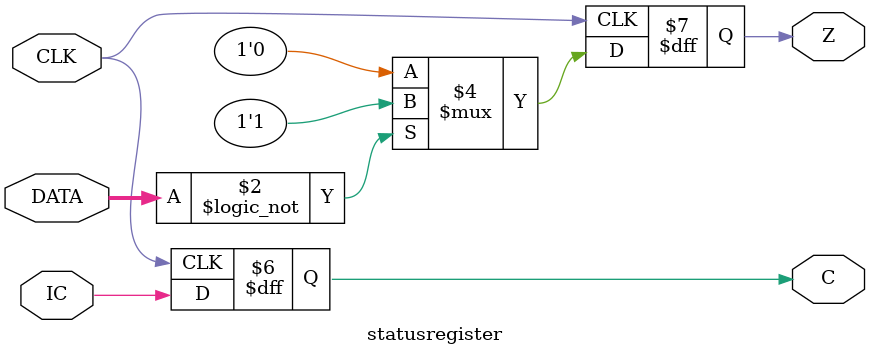
<source format=v>
module statusregister (
    CLK, IC, DATA, C, Z
);
    input CLK;
    input IC;
    input [3:0]DATA;
    output C;
    output Z;

    reg Z;
    reg C;

    always @(posedge CLK) begin
        C <= IC;
        if (DATA == 4'b0000)
        begin
            Z <= 1;
        end
        else
        begin
            Z <= 0;
        end
    end
endmodule
</source>
